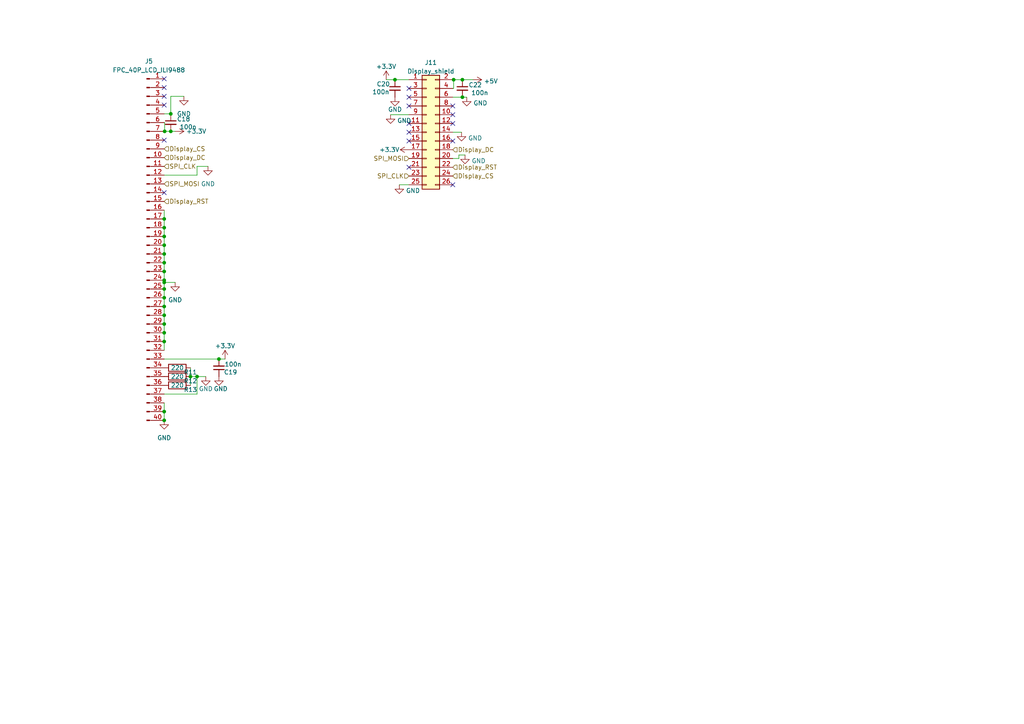
<source format=kicad_sch>
(kicad_sch (version 20211123) (generator eeschema)
  (paper "A4")
  (lib_symbols
    (symbol "Connector:Conn_01x40_Male" (pin_names (offset 1.016) hide)
      (property "Reference" "J" (at 0 50.8 0))
      (property "Value" "Conn_01x40_Male" (at 0 -53.34 0))
      (symbol "Conn_01x40_Male_1_1"
        (polyline (pts (xy 1.27 -50.8) (xy 0.8636 -50.8)) (stroke (width 0.1524)))
        (polyline (pts (xy 1.27 -48.26) (xy 0.8636 -48.26)) (stroke (width 0.1524)))
        (polyline (pts (xy 1.27 -45.72) (xy 0.8636 -45.72)) (stroke (width 0.1524)))
        (polyline (pts (xy 1.27 -43.18) (xy 0.8636 -43.18)) (stroke (width 0.1524)))
        (polyline (pts (xy 1.27 -40.64) (xy 0.8636 -40.64)) (stroke (width 0.1524)))
        (polyline (pts (xy 1.27 -38.1) (xy 0.8636 -38.1)) (stroke (width 0.1524)))
        (polyline (pts (xy 1.27 -35.56) (xy 0.8636 -35.56)) (stroke (width 0.1524)))
        (polyline (pts (xy 1.27 -33.02) (xy 0.8636 -33.02)) (stroke (width 0.1524)))
        (polyline (pts (xy 1.27 -30.48) (xy 0.8636 -30.48)) (stroke (width 0.1524)))
        (polyline (pts (xy 1.27 -27.94) (xy 0.8636 -27.94)) (stroke (width 0.1524)))
        (polyline (pts (xy 1.27 -25.4) (xy 0.8636 -25.4)) (stroke (width 0.1524)))
        (polyline (pts (xy 1.27 -22.86) (xy 0.8636 -22.86)) (stroke (width 0.1524)))
        (polyline (pts (xy 1.27 -20.32) (xy 0.8636 -20.32)) (stroke (width 0.1524)))
        (polyline (pts (xy 1.27 -17.78) (xy 0.8636 -17.78)) (stroke (width 0.1524)))
        (polyline (pts (xy 1.27 -15.24) (xy 0.8636 -15.24)) (stroke (width 0.1524)))
        (polyline (pts (xy 1.27 -12.7) (xy 0.8636 -12.7)) (stroke (width 0.1524)))
        (polyline (pts (xy 1.27 -10.16) (xy 0.8636 -10.16)) (stroke (width 0.1524)))
        (polyline (pts (xy 1.27 -7.62) (xy 0.8636 -7.62)) (stroke (width 0.1524)))
        (polyline (pts (xy 1.27 -5.08) (xy 0.8636 -5.08)) (stroke (width 0.1524)))
        (polyline (pts (xy 1.27 -2.54) (xy 0.8636 -2.54)) (stroke (width 0.1524)))
        (polyline (pts (xy 1.27 0) (xy 0.8636 0)) (stroke (width 0.1524)))
        (polyline (pts (xy 1.27 2.54) (xy 0.8636 2.54)) (stroke (width 0.1524)))
        (polyline (pts (xy 1.27 5.08) (xy 0.8636 5.08)) (stroke (width 0.1524)))
        (polyline (pts (xy 1.27 7.62) (xy 0.8636 7.62)) (stroke (width 0.1524)))
        (polyline (pts (xy 1.27 10.16) (xy 0.8636 10.16)) (stroke (width 0.1524)))
        (polyline (pts (xy 1.27 12.7) (xy 0.8636 12.7)) (stroke (width 0.1524)))
        (polyline (pts (xy 1.27 15.24) (xy 0.8636 15.24)) (stroke (width 0.1524)))
        (polyline (pts (xy 1.27 17.78) (xy 0.8636 17.78)) (stroke (width 0.1524)))
        (polyline (pts (xy 1.27 20.32) (xy 0.8636 20.32)) (stroke (width 0.1524)))
        (polyline (pts (xy 1.27 22.86) (xy 0.8636 22.86)) (stroke (width 0.1524)))
        (polyline (pts (xy 1.27 25.4) (xy 0.8636 25.4)) (stroke (width 0.1524)))
        (polyline (pts (xy 1.27 27.94) (xy 0.8636 27.94)) (stroke (width 0.1524)))
        (polyline (pts (xy 1.27 30.48) (xy 0.8636 30.48)) (stroke (width 0.1524)))
        (polyline (pts (xy 1.27 33.02) (xy 0.8636 33.02)) (stroke (width 0.1524)))
        (polyline (pts (xy 1.27 35.56) (xy 0.8636 35.56)) (stroke (width 0.1524)))
        (polyline (pts (xy 1.27 38.1) (xy 0.8636 38.1)) (stroke (width 0.1524)))
        (polyline (pts (xy 1.27 40.64) (xy 0.8636 40.64)) (stroke (width 0.1524)))
        (polyline (pts (xy 1.27 43.18) (xy 0.8636 43.18)) (stroke (width 0.1524)))
        (polyline (pts (xy 1.27 45.72) (xy 0.8636 45.72)) (stroke (width 0.1524)))
        (polyline (pts (xy 1.27 48.26) (xy 0.8636 48.26)) (stroke (width 0.1524)))
        (rectangle (start 0.8636 -50.673) (end 0 -50.927) (stroke (width 0.1524)) (fill (type outline)))
        (rectangle (start 0.8636 -48.133) (end 0 -48.387) (stroke (width 0.1524)) (fill (type outline)))
        (rectangle (start 0.8636 -45.593) (end 0 -45.847) (stroke (width 0.1524)) (fill (type outline)))
        (rectangle (start 0.8636 -43.053) (end 0 -43.307) (stroke (width 0.1524)) (fill (type outline)))
        (rectangle (start 0.8636 -40.513) (end 0 -40.767) (stroke (width 0.1524)) (fill (type outline)))
        (rectangle (start 0.8636 -37.973) (end 0 -38.227) (stroke (width 0.1524)) (fill (type outline)))
        (rectangle (start 0.8636 -35.433) (end 0 -35.687) (stroke (width 0.1524)) (fill (type outline)))
        (rectangle (start 0.8636 -32.893) (end 0 -33.147) (stroke (width 0.1524)) (fill (type outline)))
        (rectangle (start 0.8636 -30.353) (end 0 -30.607) (stroke (width 0.1524)) (fill (type outline)))
        (rectangle (start 0.8636 -27.813) (end 0 -28.067) (stroke (width 0.1524)) (fill (type outline)))
        (rectangle (start 0.8636 -25.273) (end 0 -25.527) (stroke (width 0.1524)) (fill (type outline)))
        (rectangle (start 0.8636 -22.733) (end 0 -22.987) (stroke (width 0.1524)) (fill (type outline)))
        (rectangle (start 0.8636 -20.193) (end 0 -20.447) (stroke (width 0.1524)) (fill (type outline)))
        (rectangle (start 0.8636 -17.653) (end 0 -17.907) (stroke (width 0.1524)) (fill (type outline)))
        (rectangle (start 0.8636 -15.113) (end 0 -15.367) (stroke (width 0.1524)) (fill (type outline)))
        (rectangle (start 0.8636 -12.573) (end 0 -12.827) (stroke (width 0.1524)) (fill (type outline)))
        (rectangle (start 0.8636 -10.033) (end 0 -10.287) (stroke (width 0.1524)) (fill (type outline)))
        (rectangle (start 0.8636 -7.493) (end 0 -7.747) (stroke (width 0.1524)) (fill (type outline)))
        (rectangle (start 0.8636 -4.953) (end 0 -5.207) (stroke (width 0.1524)) (fill (type outline)))
        (rectangle (start 0.8636 -2.413) (end 0 -2.667) (stroke (width 0.1524)) (fill (type outline)))
        (rectangle (start 0.8636 0.127) (end 0 -0.127) (stroke (width 0.1524)) (fill (type outline)))
        (rectangle (start 0.8636 2.667) (end 0 2.413) (stroke (width 0.1524)) (fill (type outline)))
        (rectangle (start 0.8636 5.207) (end 0 4.953) (stroke (width 0.1524)) (fill (type outline)))
        (rectangle (start 0.8636 7.747) (end 0 7.493) (stroke (width 0.1524)) (fill (type outline)))
        (rectangle (start 0.8636 10.287) (end 0 10.033) (stroke (width 0.1524)) (fill (type outline)))
        (rectangle (start 0.8636 12.827) (end 0 12.573) (stroke (width 0.1524)) (fill (type outline)))
        (rectangle (start 0.8636 15.367) (end 0 15.113) (stroke (width 0.1524)) (fill (type outline)))
        (rectangle (start 0.8636 17.907) (end 0 17.653) (stroke (width 0.1524)) (fill (type outline)))
        (rectangle (start 0.8636 20.447) (end 0 20.193) (stroke (width 0.1524)) (fill (type outline)))
        (rectangle (start 0.8636 22.987) (end 0 22.733) (stroke (width 0.1524)) (fill (type outline)))
        (rectangle (start 0.8636 25.527) (end 0 25.273) (stroke (width 0.1524)) (fill (type outline)))
        (rectangle (start 0.8636 28.067) (end 0 27.813) (stroke (width 0.1524)) (fill (type outline)))
        (rectangle (start 0.8636 30.607) (end 0 30.353) (stroke (width 0.1524)) (fill (type outline)))
        (rectangle (start 0.8636 33.147) (end 0 32.893) (stroke (width 0.1524)) (fill (type outline)))
        (rectangle (start 0.8636 35.687) (end 0 35.433) (stroke (width 0.1524)) (fill (type outline)))
        (rectangle (start 0.8636 38.227) (end 0 37.973) (stroke (width 0.1524)) (fill (type outline)))
        (rectangle (start 0.8636 40.767) (end 0 40.513) (stroke (width 0.1524)) (fill (type outline)))
        (rectangle (start 0.8636 43.307) (end 0 43.053) (stroke (width 0.1524)) (fill (type outline)))
        (rectangle (start 0.8636 45.847) (end 0 45.593) (stroke (width 0.1524)) (fill (type outline)))
        (rectangle (start 0.8636 48.387) (end 0 48.133) (stroke (width 0.1524)) (fill (type outline)))
        (pin passive line (at 5.08 48.26 180) (length 3.81) (name "Pin_1") (number "1"))
        (pin passive line (at 5.08 25.4 180) (length 3.81) (name "Pin_10") (number "10"))
        (pin passive line (at 5.08 22.86 180) (length 3.81) (name "Pin_11") (number "11"))
        (pin passive line (at 5.08 20.32 180) (length 3.81) (name "Pin_12") (number "12"))
        (pin passive line (at 5.08 17.78 180) (length 3.81) (name "Pin_13") (number "13"))
        (pin passive line (at 5.08 15.24 180) (length 3.81) (name "Pin_14") (number "14"))
        (pin passive line (at 5.08 12.7 180) (length 3.81) (name "Pin_15") (number "15"))
        (pin passive line (at 5.08 10.16 180) (length 3.81) (name "Pin_16") (number "16"))
        (pin passive line (at 5.08 7.62 180) (length 3.81) (name "Pin_17") (number "17"))
        (pin passive line (at 5.08 5.08 180) (length 3.81) (name "Pin_18") (number "18"))
        (pin passive line (at 5.08 2.54 180) (length 3.81) (name "Pin_19") (number "19"))
        (pin passive line (at 5.08 45.72 180) (length 3.81) (name "Pin_2") (number "2"))
        (pin passive line (at 5.08 0 180) (length 3.81) (name "Pin_20") (number "20"))
        (pin passive line (at 5.08 -2.54 180) (length 3.81) (name "Pin_21") (number "21"))
        (pin passive line (at 5.08 -5.08 180) (length 3.81) (name "Pin_22") (number "22"))
        (pin passive line (at 5.08 -7.62 180) (length 3.81) (name "Pin_23") (number "23"))
        (pin passive line (at 5.08 -10.16 180) (length 3.81) (name "Pin_24") (number "24"))
        (pin passive line (at 5.08 -12.7 180) (length 3.81) (name "Pin_25") (number "25"))
        (pin passive line (at 5.08 -15.24 180) (length 3.81) (name "Pin_26") (number "26"))
        (pin passive line (at 5.08 -17.78 180) (length 3.81) (name "Pin_27") (number "27"))
        (pin passive line (at 5.08 -20.32 180) (length 3.81) (name "Pin_28") (number "28"))
        (pin passive line (at 5.08 -22.86 180) (length 3.81) (name "Pin_29") (number "29"))
        (pin passive line (at 5.08 43.18 180) (length 3.81) (name "Pin_3") (number "3"))
        (pin passive line (at 5.08 -25.4 180) (length 3.81) (name "Pin_30") (number "30"))
        (pin passive line (at 5.08 -27.94 180) (length 3.81) (name "Pin_31") (number "31"))
        (pin passive line (at 5.08 -30.48 180) (length 3.81) (name "Pin_32") (number "32"))
        (pin passive line (at 5.08 -33.02 180) (length 3.81) (name "Pin_33") (number "33"))
        (pin passive line (at 5.08 -35.56 180) (length 3.81) (name "Pin_34") (number "34"))
        (pin passive line (at 5.08 -38.1 180) (length 3.81) (name "Pin_35") (number "35"))
        (pin passive line (at 5.08 -40.64 180) (length 3.81) (name "Pin_36") (number "36"))
        (pin passive line (at 5.08 -43.18 180) (length 3.81) (name "Pin_37") (number "37"))
        (pin passive line (at 5.08 -45.72 180) (length 3.81) (name "Pin_38") (number "38"))
        (pin passive line (at 5.08 -48.26 180) (length 3.81) (name "Pin_39") (number "39"))
        (pin passive line (at 5.08 40.64 180) (length 3.81) (name "Pin_4") (number "4"))
        (pin passive line (at 5.08 -50.8 180) (length 3.81) (name "Pin_40") (number "40"))
        (pin passive line (at 5.08 38.1 180) (length 3.81) (name "Pin_5") (number "5"))
        (pin passive line (at 5.08 35.56 180) (length 3.81) (name "Pin_6") (number "6"))
        (pin passive line (at 5.08 33.02 180) (length 3.81) (name "Pin_7") (number "7"))
        (pin passive line (at 5.08 30.48 180) (length 3.81) (name "Pin_8") (number "8"))
        (pin passive line (at 5.08 27.94 180) (length 3.81) (name "Pin_9") (number "9"))
      )
    )
    (symbol "Connector_Generic:Conn_02x13_Odd_Even" (pin_names (offset 1.016) hide)
      (property "Reference" "J" (at 1.27 17.78 0))
      (property "Value" "Conn_02x13_Odd_Even" (at 1.27 -17.78 0))
      (symbol "Conn_02x13_Odd_Even_1_1"
        (rectangle (start -1.27 -15.113) (end 0 -15.367) (stroke (width 0.1524)))
        (rectangle (start -1.27 -12.573) (end 0 -12.827) (stroke (width 0.1524)))
        (rectangle (start -1.27 -10.033) (end 0 -10.287) (stroke (width 0.1524)))
        (rectangle (start -1.27 -7.493) (end 0 -7.747) (stroke (width 0.1524)))
        (rectangle (start -1.27 -4.953) (end 0 -5.207) (stroke (width 0.1524)))
        (rectangle (start -1.27 -2.413) (end 0 -2.667) (stroke (width 0.1524)))
        (rectangle (start -1.27 0.127) (end 0 -0.127) (stroke (width 0.1524)))
        (rectangle (start -1.27 2.667) (end 0 2.413) (stroke (width 0.1524)))
        (rectangle (start -1.27 5.207) (end 0 4.953) (stroke (width 0.1524)))
        (rectangle (start -1.27 7.747) (end 0 7.493) (stroke (width 0.1524)))
        (rectangle (start -1.27 10.287) (end 0 10.033) (stroke (width 0.1524)))
        (rectangle (start -1.27 12.827) (end 0 12.573) (stroke (width 0.1524)))
        (rectangle (start -1.27 15.367) (end 0 15.113) (stroke (width 0.1524)))
        (rectangle (start -1.27 16.51) (end 3.81 -16.51) (stroke (width 0.254)) (fill (type background)))
        (rectangle (start 3.81 -15.113) (end 2.54 -15.367) (stroke (width 0.1524)))
        (rectangle (start 3.81 -12.573) (end 2.54 -12.827) (stroke (width 0.1524)))
        (rectangle (start 3.81 -10.033) (end 2.54 -10.287) (stroke (width 0.1524)))
        (rectangle (start 3.81 -7.493) (end 2.54 -7.747) (stroke (width 0.1524)))
        (rectangle (start 3.81 -4.953) (end 2.54 -5.207) (stroke (width 0.1524)))
        (rectangle (start 3.81 -2.413) (end 2.54 -2.667) (stroke (width 0.1524)))
        (rectangle (start 3.81 0.127) (end 2.54 -0.127) (stroke (width 0.1524)))
        (rectangle (start 3.81 2.667) (end 2.54 2.413) (stroke (width 0.1524)))
        (rectangle (start 3.81 5.207) (end 2.54 4.953) (stroke (width 0.1524)))
        (rectangle (start 3.81 7.747) (end 2.54 7.493) (stroke (width 0.1524)))
        (rectangle (start 3.81 10.287) (end 2.54 10.033) (stroke (width 0.1524)))
        (rectangle (start 3.81 12.827) (end 2.54 12.573) (stroke (width 0.1524)))
        (rectangle (start 3.81 15.367) (end 2.54 15.113) (stroke (width 0.1524)))
        (pin passive line (at -5.08 15.24 0) (length 3.81) (name "Pin_1") (number "1"))
        (pin passive line (at 7.62 5.08 180) (length 3.81) (name "Pin_10") (number "10"))
        (pin passive line (at -5.08 2.54 0) (length 3.81) (name "Pin_11") (number "11"))
        (pin passive line (at 7.62 2.54 180) (length 3.81) (name "Pin_12") (number "12"))
        (pin passive line (at -5.08 0 0) (length 3.81) (name "Pin_13") (number "13"))
        (pin passive line (at 7.62 0 180) (length 3.81) (name "Pin_14") (number "14"))
        (pin passive line (at -5.08 -2.54 0) (length 3.81) (name "Pin_15") (number "15"))
        (pin passive line (at 7.62 -2.54 180) (length 3.81) (name "Pin_16") (number "16"))
        (pin passive line (at -5.08 -5.08 0) (length 3.81) (name "Pin_17") (number "17"))
        (pin passive line (at 7.62 -5.08 180) (length 3.81) (name "Pin_18") (number "18"))
        (pin passive line (at -5.08 -7.62 0) (length 3.81) (name "Pin_19") (number "19"))
        (pin passive line (at 7.62 15.24 180) (length 3.81) (name "Pin_2") (number "2"))
        (pin passive line (at 7.62 -7.62 180) (length 3.81) (name "Pin_20") (number "20"))
        (pin passive line (at -5.08 -10.16 0) (length 3.81) (name "Pin_21") (number "21"))
        (pin passive line (at 7.62 -10.16 180) (length 3.81) (name "Pin_22") (number "22"))
        (pin passive line (at -5.08 -12.7 0) (length 3.81) (name "Pin_23") (number "23"))
        (pin passive line (at 7.62 -12.7 180) (length 3.81) (name "Pin_24") (number "24"))
        (pin passive line (at -5.08 -15.24 0) (length 3.81) (name "Pin_25") (number "25"))
        (pin passive line (at 7.62 -15.24 180) (length 3.81) (name "Pin_26") (number "26"))
        (pin passive line (at -5.08 12.7 0) (length 3.81) (name "Pin_3") (number "3"))
        (pin passive line (at 7.62 12.7 180) (length 3.81) (name "Pin_4") (number "4"))
        (pin passive line (at -5.08 10.16 0) (length 3.81) (name "Pin_5") (number "5"))
        (pin passive line (at 7.62 10.16 180) (length 3.81) (name "Pin_6") (number "6"))
        (pin passive line (at -5.08 7.62 0) (length 3.81) (name "Pin_7") (number "7"))
        (pin passive line (at 7.62 7.62 180) (length 3.81) (name "Pin_8") (number "8"))
        (pin passive line (at -5.08 5.08 0) (length 3.81) (name "Pin_9") (number "9"))
      )
    )
    (symbol "Device:C_Small" (pin_numbers hide) (pin_names (offset 0.254) hide)
      (property "Reference" "C" (at 0.254 1.778 0))
      (property "Value" "C_Small" (at 0.254 -2.032 0))
      (symbol "C_Small_0_1"
        (polyline (pts (xy -1.524 -0.508) (xy 1.524 -0.508)) (stroke (width 0.3302)))
        (polyline (pts (xy -1.524 0.508) (xy 1.524 0.508)) (stroke (width 0.3048)))
      )
      (symbol "C_Small_1_1"
        (pin passive line (at 0 2.54 270) (length 2.032) (name "~") (number "1"))
        (pin passive line (at 0 -2.54 90) (length 2.032) (name "~") (number "2"))
      )
    )
    (symbol "Device:R" (pin_numbers hide) (pin_names (offset 0))
      (property "Reference" "R" (at 2.032 0 90))
      (property "Value" "R" (at 0 0 90))
      (symbol "R_0_1"
        (rectangle (start -1.016 -2.54) (end 1.016 2.54) (stroke (width 0.254)))
      )
      (symbol "R_1_1"
        (pin passive line (at 0 3.81 270) (length 1.27) (name "~") (number "1"))
        (pin passive line (at 0 -3.81 90) (length 1.27) (name "~") (number "2"))
      )
    )
    (symbol "power:+3.3V" (power) (pin_names (offset 0))
      (property "Value" "+3.3V" (at 0 3.556 0))
      (symbol "+3.3V_0_1"
        (polyline (pts (xy -0.762 1.27) (xy 0 2.54)))
        (polyline (pts (xy 0 0) (xy 0 2.54)))
        (polyline (pts (xy 0 2.54) (xy 0.762 1.27)))
      )
      (symbol "+3.3V_1_1"
        (pin power_in line (at 0 0 90) (length 0) hide (name "+3.3V") (number "1"))
      )
    )
    (symbol "power:+5V" (power) (pin_names (offset 0))
      (property "Value" "+5V" (at 0 3.556 0))
      (symbol "+5V_0_1"
        (polyline (pts (xy -0.762 1.27) (xy 0 2.54)))
        (polyline (pts (xy 0 0) (xy 0 2.54)))
        (polyline (pts (xy 0 2.54) (xy 0.762 1.27)))
      )
      (symbol "+5V_1_1"
        (pin power_in line (at 0 0 90) (length 0) hide (name "+5V") (number "1"))
      )
    )
    (symbol "power:GND" (power) (pin_names (offset 0))
      (property "Value" "GND" (at 0 -3.81 0))
      (symbol "GND_0_1"
        (polyline (pts (xy 0 0) (xy 0 -1.27) (xy 1.27 -1.27) (xy 0 -2.54) (xy -1.27 -1.27) (xy 0 -1.27)))
      )
      (symbol "GND_1_1"
        (pin power_in line (at 0 0 270) (length 0) hide (name "GND") (number "1"))
      )
    )
  )
  (junction (at 47.625 68.58))
  (junction (at 57.15 109.22))
  (junction (at 47.625 88.9))
  (junction (at 114.554 23.114))
  (junction (at 47.625 86.36))
  (junction (at 49.53 33.02))
  (junction (at 63.5 104.14))
  (junction (at 47.625 63.5))
  (junction (at 47.625 93.98))
  (junction (at 47.625 119.38))
  (junction (at 47.625 76.2))
  (junction (at 47.625 78.74))
  (junction (at 131.572 23.114))
  (junction (at 47.625 99.06))
  (junction (at 47.625 96.52))
  (junction (at 134.112 28.194))
  (junction (at 47.625 81.915))
  (junction (at 47.625 91.44))
  (junction (at 49.53 38.1))
  (junction (at 47.625 71.12))
  (junction (at 47.625 121.92))
  (junction (at 47.625 81.28))
  (junction (at 55.245 109.22))
  (junction (at 47.625 83.82))
  (junction (at 134.112 23.114))
  (junction (at 47.752 38.1))
  (junction (at 47.625 66.04))
  (junction (at 47.625 73.66))
  (no_connect (at 118.618 38.354))
  (no_connect (at 118.618 40.894))
  (no_connect (at 118.618 30.734))
  (no_connect (at 118.618 28.194))
  (no_connect (at 118.618 25.654))
  (no_connect (at 131.318 30.734))
  (no_connect (at 131.318 33.274))
  (no_connect (at 131.318 35.814))
  (no_connect (at 131.318 40.894))
  (no_connect (at 118.618 35.814))
  (no_connect (at 118.618 48.514))
  (no_connect (at 131.318 53.594))
  (no_connect (at 47.625 55.88))
  (no_connect (at 47.625 40.64))
  (no_connect (at 47.625 25.4))
  (no_connect (at 47.625 27.94))
  (no_connect (at 47.625 22.86))
  (no_connect (at 47.625 30.48))
  (wire (pts (xy 131.572 23.114) (xy 131.318 23.114)))
  (wire (pts (xy 47.625 104.14) (xy 63.5 104.14)))
  (wire (pts (xy 113.284 33.274) (xy 118.618 33.274)))
  (wire (pts (xy 47.625 78.74) (xy 47.625 81.28)))
  (wire (pts (xy 134.112 23.114) (xy 131.572 23.114)))
  (wire (pts (xy 114.554 23.114) (xy 118.618 23.114)))
  (wire (pts (xy 47.625 33.02) (xy 49.53 33.02)))
  (wire (pts (xy 49.53 33.02) (xy 49.53 27.94)))
  (wire (pts (xy 131.318 38.354) (xy 133.858 38.354)))
  (wire (pts (xy 47.625 96.52) (xy 47.625 99.06)))
  (wire (pts (xy 57.15 114.3) (xy 57.15 109.22)))
  (wire (pts (xy 47.625 119.38) (xy 47.625 121.92)))
  (wire (pts (xy 47.752 35.56) (xy 47.752 38.1)))
  (wire (pts (xy 57.15 48.26) (xy 60.325 48.26)))
  (wire (pts (xy 47.625 86.36) (xy 47.625 88.9)))
  (wire (pts (xy 47.625 50.8) (xy 57.15 50.8)))
  (wire (pts (xy 131.318 45.974) (xy 133.096 45.974)))
  (wire (pts (xy 49.53 27.94) (xy 53.34 27.94)))
  (wire (pts (xy 47.625 99.06) (xy 47.625 101.6)))
  (wire (pts (xy 131.572 25.654) (xy 131.318 25.654)))
  (wire (pts (xy 47.625 60.96) (xy 47.625 63.5)))
  (wire (pts (xy 47.625 91.44) (xy 47.625 93.98)))
  (wire (pts (xy 47.625 68.58) (xy 47.625 71.12)))
  (wire (pts (xy 47.625 81.915) (xy 47.625 83.82)))
  (wire (pts (xy 47.625 88.9) (xy 47.625 91.44)))
  (wire (pts (xy 47.752 38.1) (xy 49.53 38.1)))
  (wire (pts (xy 133.096 44.958) (xy 134.874 44.958)))
  (wire (pts (xy 137.16 23.114) (xy 134.112 23.114)))
  (wire (pts (xy 134.112 28.194) (xy 135.382 28.194)))
  (wire (pts (xy 47.625 116.84) (xy 47.625 119.38)))
  (wire (pts (xy 50.8 81.915) (xy 47.625 81.915)))
  (wire (pts (xy 47.625 35.56) (xy 47.752 35.56)))
  (wire (pts (xy 133.096 45.974) (xy 133.096 44.958)))
  (wire (pts (xy 47.625 38.1) (xy 47.752 38.1)))
  (wire (pts (xy 55.245 109.22) (xy 57.15 109.22)))
  (wire (pts (xy 47.625 63.5) (xy 47.625 66.04)))
  (wire (pts (xy 55.245 109.22) (xy 55.245 111.76)))
  (wire (pts (xy 57.15 109.22) (xy 59.69 109.22)))
  (wire (pts (xy 47.625 73.66) (xy 47.625 76.2)))
  (wire (pts (xy 47.625 93.98) (xy 47.625 96.52)))
  (wire (pts (xy 57.15 48.26) (xy 57.15 50.8)))
  (wire (pts (xy 63.5 104.14) (xy 65.278 104.14)))
  (wire (pts (xy 112.014 23.114) (xy 114.554 23.114)))
  (wire (pts (xy 47.625 76.2) (xy 47.625 78.74)))
  (wire (pts (xy 47.625 66.04) (xy 47.625 68.58)))
  (wire (pts (xy 49.53 38.1) (xy 50.8 38.1)))
  (wire (pts (xy 47.625 81.28) (xy 47.625 81.915)))
  (wire (pts (xy 131.572 25.654) (xy 131.572 23.114)))
  (wire (pts (xy 47.625 71.12) (xy 47.625 73.66)))
  (wire (pts (xy 115.824 53.594) (xy 118.618 53.594)))
  (wire (pts (xy 131.318 28.194) (xy 134.112 28.194)))
  (wire (pts (xy 55.245 106.68) (xy 55.245 109.22)))
  (wire (pts (xy 47.625 114.3) (xy 57.15 114.3)))
  (wire (pts (xy 47.625 83.82) (xy 47.625 86.36)))
  (hierarchical_label "SPI_MOSI" (shape input) (at 118.618 45.974 180))
  (hierarchical_label "SPI_MOSI" (shape input) (at 47.625 53.34 0))
  (hierarchical_label "SPI_CLK" (shape input) (at 47.625 48.26 0))
  (hierarchical_label "Display_RST" (shape input) (at 47.625 58.42 0))
  (hierarchical_label "Display_RST" (shape input) (at 131.318 48.514 0))
  (hierarchical_label "Display_DC" (shape input) (at 131.318 43.434 0))
  (hierarchical_label "Display_CS" (shape input) (at 131.318 51.054 0))
  (hierarchical_label "Display_DC" (shape input) (at 47.625 45.72 0))
  (hierarchical_label "SPI_CLK" (shape input) (at 118.618 51.054 180))
  (hierarchical_label "Display_CS" (shape input) (at 47.625 43.18 0))
  (symbol (lib_id "power:GND") (at 59.69 109.22 0) (unit 1)
    (property "Reference" "#PWR034" (effects hide))
    (property "Value" "GND" (at 59.69 112.776 0))
  )
  (symbol (lib_id "Device:C_Small") (at 49.53 35.56 0) (unit 1)
    (property "Reference" "C18" (at 51.308 34.544 0) (effects (justify left)))
    (property "Value" "100n" (at 52.07 36.83 0) (effects (justify left)))
    (property "Footprint" "Capacitor_SMD:C_0603_1608Metric_Pad1.08x0.95mm_HandSolder" (effects hide))
  )
  (symbol (lib_id "power:GND") (at 114.554 28.194 0) (unit 1)
    (property "Reference" "#PWR0102" (effects hide))
    (property "Value" "GND" (at 112.522 31.75 0) (effects (justify left)))
  )
  (symbol (lib_id "power:+3.3V") (at 118.618 43.434 90) (unit 1)
    (property "Reference" "#PWR084" (effects hide))
    (property "Value" "+3.3V" (at 109.982 43.434 90) (effects (justify right)))
  )
  (symbol (lib_id "Device:C_Small") (at 63.5 106.68 180) (unit 1)
    (property "Reference" "C19" (at 68.834 107.95 0) (effects (justify left)))
    (property "Value" "100n" (at 70.104 105.664 0) (effects (justify left)))
    (property "Footprint" "Capacitor_SMD:C_0603_1608Metric_Pad1.08x0.95mm_HandSolder" (effects hide))
  )
  (symbol (lib_id "power:GND") (at 60.325 48.26 0) (unit 1)
    (property "Reference" "#PWR035" (effects hide))
    (property "Value" "GND" (at 60.325 53.34 0))
  )
  (symbol (lib_id "Connector:Conn_01x40_Male") (at 42.545 71.12 0) (unit 1)
    (property "Reference" "J5" (at 43.18 17.78 0))
    (property "Value" "FPC_40P_LCD_ILI9488" (at 43.18 20.32 0))
    (property "Footprint" "Connector_FFC-FPC:TE_4-1734839-0_1x40-1MP_P0.5mm_Horizontal" (effects hide))
  )
  (symbol (lib_id "power:+3.3V") (at 112.014 23.114 0) (unit 1)
    (property "Reference" "#PWR099" (effects hide))
    (property "Value" "+3.3V" (at 112.014 19.304 0))
  )
  (symbol (lib_id "power:GND") (at 47.625 121.92 0) (unit 1)
    (property "Reference" "#PWR030" (effects hide))
    (property "Value" "GND" (at 47.625 127 0))
  )
  (symbol (lib_id "power:+5V") (at 137.16 23.114 270) (unit 1)
    (property "Reference" "#PWR085" (effects hide))
    (property "Value" "+5V" (at 140.335 23.5478 90) (effects (justify left)))
  )
  (symbol (lib_id "power:GND") (at 53.34 27.94 0) (unit 1)
    (property "Reference" "#PWR033" (effects hide))
    (property "Value" "GND" (at 53.34 33.02 0))
  )
  (symbol (lib_id "Connector_Generic:Conn_02x13_Odd_Even") (at 123.698 38.354 0) (unit 1)
    (property "Reference" "J11" (at 124.968 18.1442 0))
    (property "Value" "Display_shield" (at 124.968 20.6811 0))
    (property "Footprint" "Connector_PinHeader_2.54mm:PinHeader_2x13_P2.54mm_Vertical_SMD" (effects hide))
  )
  (symbol (lib_id "power:GND") (at 133.858 38.354 0) (unit 1)
    (property "Reference" "#PWR086" (effects hide))
    (property "Value" "GND" (at 135.763 40.0578 0) (effects (justify left)))
  )
  (symbol (lib_id "power:+3.3V") (at 50.8 38.1 270) (unit 1)
    (property "Reference" "#PWR029" (effects hide))
    (property "Value" "+3.3V" (at 53.975 38.0999 90) (effects (justify left)))
  )
  (symbol (lib_id "Device:C_Small") (at 114.554 25.654 0) (unit 1)
    (property "Reference" "C20" (at 109.22 24.384 0) (effects (justify left)))
    (property "Value" "100n" (at 107.95 26.67 0) (effects (justify left)))
    (property "Footprint" "Capacitor_SMD:C_0603_1608Metric_Pad1.08x0.95mm_HandSolder" (effects hide))
  )
  (symbol (lib_id "power:GND") (at 134.874 44.958 0) (unit 1)
    (property "Reference" "#PWR087" (effects hide))
    (property "Value" "GND" (at 136.779 46.6618 0) (effects (justify left)))
  )
  (symbol (lib_id "Device:C_Small") (at 134.112 25.654 0) (unit 1)
    (property "Reference" "C22" (at 135.89 24.638 0) (effects (justify left)))
    (property "Value" "100n" (at 136.652 26.924 0) (effects (justify left)))
    (property "Footprint" "Capacitor_SMD:C_0603_1608Metric_Pad1.08x0.95mm_HandSolder" (effects hide))
  )
  (symbol (lib_id "power:GND") (at 50.8 81.915 0) (unit 1)
    (property "Reference" "#PWR032" (effects hide))
    (property "Value" "GND" (at 50.8 86.995 0))
  )
  (symbol (lib_id "Device:R") (at 51.435 111.76 90) (unit 1)
    (property "Reference" "R13" (at 55.245 113.03 90))
    (property "Value" "220" (at 51.435 111.76 90))
    (property "Footprint" "Resistor_SMD:R_0603_1608Metric_Pad0.98x0.95mm_HandSolder" (effects hide))
  )
  (symbol (lib_id "Device:R") (at 51.435 106.68 90) (unit 1)
    (property "Reference" "R11" (at 55.245 107.95 90))
    (property "Value" "220" (at 51.435 106.68 90))
    (property "Footprint" "Resistor_SMD:R_0603_1608Metric_Pad0.98x0.95mm_HandSolder" (effects hide))
  )
  (symbol (lib_id "power:GND") (at 113.284 33.274 0) (unit 1)
    (property "Reference" "#PWR081" (effects hide))
    (property "Value" "GND" (at 115.189 34.9778 0) (effects (justify left)))
  )
  (symbol (lib_id "Device:R") (at 51.435 109.22 90) (unit 1)
    (property "Reference" "R12" (at 55.245 110.49 90))
    (property "Value" "220" (at 51.435 109.22 90))
    (property "Footprint" "Resistor_SMD:R_0603_1608Metric_Pad0.98x0.95mm_HandSolder" (effects hide))
  )
  (symbol (lib_id "power:GND") (at 63.5 109.22 0) (unit 1)
    (property "Reference" "#PWR0103" (effects hide))
    (property "Value" "GND" (at 64.008 112.776 0))
  )
  (symbol (lib_id "power:+3.3V") (at 65.278 104.14 0) (unit 1)
    (property "Reference" "#PWR098" (effects hide))
    (property "Value" "+3.3V" (at 65.278 100.33 0))
  )
  (symbol (lib_id "power:GND") (at 135.382 28.194 0) (unit 1)
    (property "Reference" "#PWR088" (effects hide))
    (property "Value" "GND" (at 137.287 29.8978 0) (effects (justify left)))
  )
  (symbol (lib_id "power:GND") (at 115.824 53.594 0) (unit 1)
    (property "Reference" "#PWR082" (effects hide))
    (property "Value" "GND" (at 117.729 55.2978 0) (effects (justify left)))
  )
)
</source>
